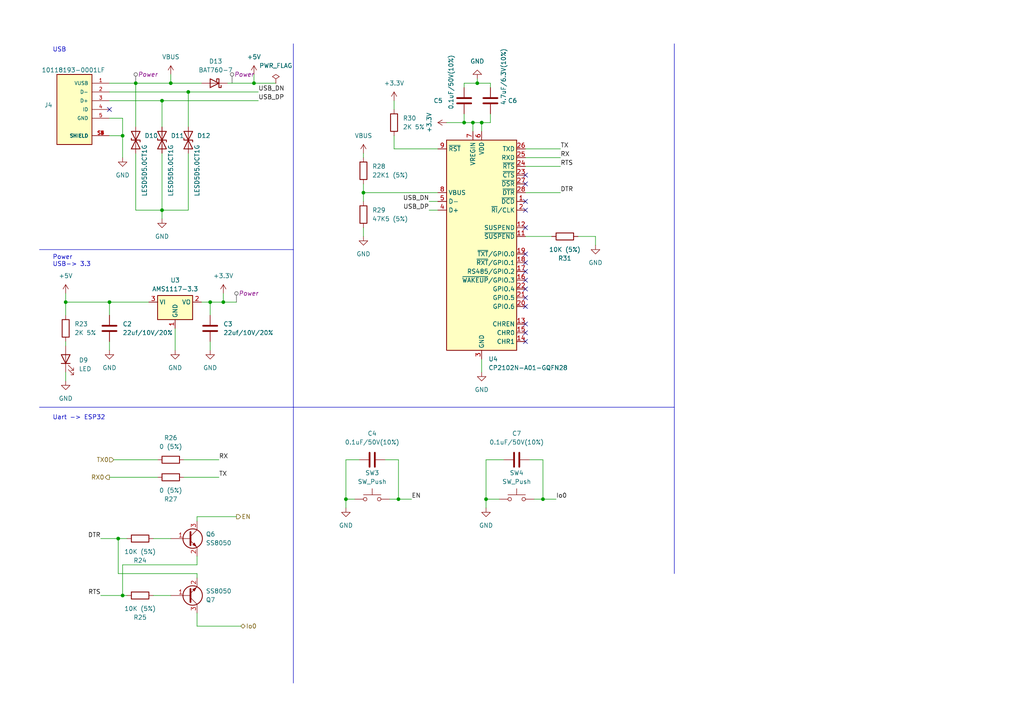
<source format=kicad_sch>
(kicad_sch (version 20231120) (generator "eeschema") (generator_version "8.0")
  (paper "A4")
  (lib_symbols
    (symbol "Device:C" (pin_numbers hide) (pin_names (offset 0.254))
      (property "Reference" "C" (at 0.635 2.54 0))
      (property "Value" "C" (at 0.635 -2.54 0))
      (symbol "C_0_1"
        (polyline (pts (xy -2.032 -0.762) (xy 2.032 -0.762)) (stroke (width 0.508)))
        (polyline (pts (xy -2.032 0.762) (xy 2.032 0.762)) (stroke (width 0.508)))
      )
      (symbol "C_1_1"
        (pin passive line (at 0 3.81 270) (length 2.794) (name "~") (number "1"))
        (pin passive line (at 0 -3.81 90) (length 2.794) (name "~") (number "2"))
      )
    )
    (symbol "Device:D_Schottky" (pin_numbers hide) (pin_names (offset 1.016) hide)
      (property "Reference" "D" (at 0 2.54 0))
      (property "Value" "D_Schottky" (at 0 -2.54 0))
      (symbol "D_Schottky_0_1"
        (polyline (pts (xy 1.27 0) (xy -1.27 0)))
        (polyline (pts (xy 1.27 1.27) (xy 1.27 -1.27) (xy -1.27 0) (xy 1.27 1.27)) (stroke (width 0.254)))
        (polyline (pts (xy -1.905 0.635) (xy -1.905 1.27) (xy -1.27 1.27) (xy -1.27 -1.27) (xy -0.635 -1.27) (xy -0.635 -0.635)) (stroke (width 0.254)))
      )
      (symbol "D_Schottky_1_1"
        (pin passive line (at -3.81 0 0) (length 2.54) (name "K") (number "1"))
        (pin passive line (at 3.81 0 180) (length 2.54) (name "A") (number "2"))
      )
    )
    (symbol "Device:D_TVS" (pin_numbers hide) (pin_names (offset 1.016) hide)
      (property "Reference" "D" (at 0 2.54 0))
      (property "Value" "D_TVS" (at 0 -2.54 0))
      (symbol "D_TVS_0_1"
        (polyline (pts (xy 1.27 0) (xy -1.27 0)))
        (polyline (pts (xy 0.508 1.27) (xy 0 1.27) (xy 0 -1.27) (xy -0.508 -1.27)) (stroke (width 0.254)))
        (polyline (pts (xy -2.54 1.27) (xy -2.54 -1.27) (xy 2.54 1.27) (xy 2.54 -1.27) (xy -2.54 1.27)) (stroke (width 0.254)))
      )
      (symbol "D_TVS_1_1"
        (pin passive line (at -3.81 0 0) (length 2.54) (name "A1") (number "1"))
        (pin passive line (at 3.81 0 180) (length 2.54) (name "A2") (number "2"))
      )
    )
    (symbol "Device:LED" (pin_numbers hide) (pin_names (offset 1.016) hide)
      (property "Reference" "D" (at 0 2.54 0))
      (property "Value" "LED" (at 0 -2.54 0))
      (symbol "LED_0_1"
        (polyline (pts (xy -1.27 -1.27) (xy -1.27 1.27)) (stroke (width 0.254)))
        (polyline (pts (xy -1.27 0) (xy 1.27 0)))
        (polyline (pts (xy 1.27 -1.27) (xy 1.27 1.27) (xy -1.27 0) (xy 1.27 -1.27)) (stroke (width 0.254)))
        (polyline (pts (xy -3.048 -0.762) (xy -4.572 -2.286) (xy -3.81 -2.286) (xy -4.572 -2.286) (xy -4.572 -1.524)))
        (polyline (pts (xy -1.778 -0.762) (xy -3.302 -2.286) (xy -2.54 -2.286) (xy -3.302 -2.286) (xy -3.302 -1.524)))
      )
      (symbol "LED_1_1"
        (pin passive line (at -3.81 0 0) (length 2.54) (name "K") (number "1"))
        (pin passive line (at 3.81 0 180) (length 2.54) (name "A") (number "2"))
      )
    )
    (symbol "Device:Q_NPN_BEC" (pin_names (offset 0) hide)
      (property "Reference" "Q" (at 5.08 1.27 0))
      (property "Value" "Q_NPN_BEC" (at 5.08 -1.27 0))
      (symbol "Q_NPN_BEC_0_1"
        (polyline (pts (xy 0.635 0.635) (xy 2.54 2.54)))
        (polyline (pts (xy 0.635 -0.635) (xy 2.54 -2.54) (xy 2.54 -2.54)))
        (polyline (pts (xy 0.635 1.905) (xy 0.635 -1.905) (xy 0.635 -1.905)) (stroke (width 0.508)))
        (polyline (pts (xy 1.27 -1.778) (xy 1.778 -1.27) (xy 2.286 -2.286) (xy 1.27 -1.778) (xy 1.27 -1.778)) (fill (type outline)))
        (circle (center 1.27 0) (radius 2.8194) (stroke (width 0.254)))
      )
      (symbol "Q_NPN_BEC_1_1"
        (pin input line (at -5.08 0 0) (length 5.715) (name "B") (number "1"))
        (pin passive line (at 2.54 -5.08 90) (length 2.54) (name "E") (number "2"))
        (pin passive line (at 2.54 5.08 270) (length 2.54) (name "C") (number "3"))
      )
    )
    (symbol "Device:R" (pin_numbers hide) (pin_names (offset 0))
      (property "Reference" "R" (at 2.032 0 90))
      (property "Value" "R" (at 0 0 90))
      (symbol "R_0_1"
        (rectangle (start -1.016 -2.54) (end 1.016 2.54) (stroke (width 0.254)))
      )
      (symbol "R_1_1"
        (pin passive line (at 0 3.81 270) (length 1.27) (name "~") (number "1"))
        (pin passive line (at 0 -3.81 90) (length 1.27) (name "~") (number "2"))
      )
    )
    (symbol "Interface_USB:CP2102N-Axx-xQFN28"
      (property "Reference" "U" (at -8.89 31.75 0))
      (property "Value" "CP2102N-Axx-xQFN28" (at 12.7 31.75 0))
      (symbol "CP2102N-Axx-xQFN28_0_1"
        (rectangle (start -10.16 30.48) (end 10.16 -30.48) (stroke (width 0.254)) (fill (type background)))
      )
      (symbol "CP2102N-Axx-xQFN28_1_1"
        (pin input line (at 12.7 12.7 180) (length 2.54) (name "~{DCD}") (number "1"))
        (pin no_connect line (at -10.16 -27.94 0) (length 2.54) hide (name "NC") (number "10"))
        (pin output line (at 12.7 2.54 180) (length 2.54) (name "~{SUSPEND}") (number "11"))
        (pin output line (at 12.7 5.08 180) (length 2.54) (name "SUSPEND") (number "12"))
        (pin output line (at 12.7 -22.86 180) (length 2.54) (name "CHREN") (number "13"))
        (pin output line (at 12.7 -27.94 180) (length 2.54) (name "CHR1") (number "14"))
        (pin output line (at 12.7 -25.4 180) (length 2.54) (name "CHR0") (number "15"))
        (pin bidirectional line (at 12.7 -10.16 180) (length 2.54) (name "~{WAKEUP}/GPIO.3") (number "16"))
        (pin bidirectional line (at 12.7 -7.62 180) (length 2.54) (name "RS485/GPIO.2") (number "17"))
        (pin bidirectional line (at 12.7 -5.08 180) (length 2.54) (name "~{RXT}/GPIO.1") (number "18"))
        (pin bidirectional line (at 12.7 -2.54 180) (length 2.54) (name "~{TXT}/GPIO.0") (number "19"))
        (pin bidirectional line (at 12.7 10.16 180) (length 2.54) (name "~{RI}/CLK") (number "2"))
        (pin bidirectional line (at 12.7 -17.78 180) (length 2.54) (name "GPIO.6") (number "20"))
        (pin bidirectional line (at 12.7 -15.24 180) (length 2.54) (name "GPIO.5") (number "21"))
        (pin bidirectional line (at 12.7 -12.7 180) (length 2.54) (name "GPIO.4") (number "22"))
        (pin input line (at 12.7 20.32 180) (length 2.54) (name "~{CTS}") (number "23"))
        (pin output line (at 12.7 22.86 180) (length 2.54) (name "~{RTS}") (number "24"))
        (pin input line (at 12.7 25.4 180) (length 2.54) (name "RXD") (number "25"))
        (pin output line (at 12.7 27.94 180) (length 2.54) (name "TXD") (number "26"))
        (pin input line (at 12.7 17.78 180) (length 2.54) (name "~{DSR}") (number "27"))
        (pin output line (at 12.7 15.24 180) (length 2.54) (name "~{DTR}") (number "28"))
        (pin passive line (at 0 -33.02 90) (length 2.54) hide (name "GND") (number "29"))
        (pin power_in line (at 0 -33.02 90) (length 2.54) (name "GND") (number "3"))
        (pin bidirectional line (at -12.7 10.16 0) (length 2.54) (name "D+") (number "4"))
        (pin bidirectional line (at -12.7 12.7 0) (length 2.54) (name "D-") (number "5"))
        (pin power_in line (at 0 33.02 270) (length 2.54) (name "VDD") (number "6"))
        (pin power_in line (at -2.54 33.02 270) (length 2.54) (name "VREGIN") (number "7"))
        (pin input line (at -12.7 15.24 0) (length 2.54) (name "VBUS") (number "8"))
        (pin input line (at -12.7 27.94 0) (length 2.54) (name "~{RST}") (number "9"))
      )
    )
    (symbol "LocoNetInterface:10118193-0001LF" (pin_names (offset 1.016))
      (property "Reference" "J" (at -5.0817 10.9286 0))
      (property "Value" "10118193-0001LF" (at -5.0819 -12.7097 0))
      (symbol "10118193-0001LF_0_0"
        (rectangle (start -5.08 -10.16) (end 5.08 10.16) (stroke (width 0.254)) (fill (type background)))
        (pin passive line (at -10.16 7.62 0) (length 5.08) (name "VUSB") (number "1"))
        (pin passive line (at -10.16 5.08 0) (length 5.08) (name "D-") (number "2"))
        (pin passive line (at -10.16 2.54 0) (length 5.08) (name "D+") (number "3"))
        (pin passive line (at -10.16 0 0) (length 5.08) (name "ID") (number "4"))
        (pin passive line (at -10.16 -2.54 0) (length 5.08) (name "GND") (number "5"))
        (pin passive line (at -10.16 -7.62 0) (length 5.08) (name "SHIELD") (number "S1"))
        (pin passive line (at -10.16 -7.62 0) (length 5.08) (name "SHIELD") (number "S2"))
        (pin passive line (at -10.16 -7.62 0) (length 5.08) (name "SHIELD") (number "S3"))
        (pin passive line (at -10.16 -7.62 0) (length 5.08) (name "SHIELD") (number "S4"))
        (pin passive line (at -10.16 -7.62 0) (length 5.08) (name "SHIELD") (number "S5"))
        (pin passive line (at -10.16 -7.62 0) (length 5.08) (name "SHIELD") (number "S6"))
      )
    )
    (symbol "Regulator_Linear:AMS1117-3.3"
      (property "Reference" "U" (at -3.81 3.175 0))
      (property "Value" "AMS1117-3.3" (at 0 3.175 0))
      (symbol "AMS1117-3.3_0_1"
        (rectangle (start -5.08 -5.08) (end 5.08 1.905) (stroke (width 0.254)) (fill (type background)))
      )
      (symbol "AMS1117-3.3_1_1"
        (pin power_in line (at 0 -7.62 90) (length 2.54) (name "GND") (number "1"))
        (pin power_out line (at 7.62 0 180) (length 2.54) (name "VO") (number "2"))
        (pin power_in line (at -7.62 0 0) (length 2.54) (name "VI") (number "3"))
      )
    )
    (symbol "Switch:SW_Push" (pin_numbers hide) (pin_names (offset 1.016) hide)
      (property "Reference" "SW" (at 1.27 2.54 0))
      (property "Value" "SW_Push" (at 0 -1.524 0))
      (symbol "SW_Push_0_1"
        (circle (center -2.032 0) (radius 0.508))
        (polyline (pts (xy 0 1.27) (xy 0 3.048)))
        (polyline (pts (xy 2.54 1.27) (xy -2.54 1.27)))
        (circle (center 2.032 0) (radius 0.508))
        (pin passive line (at -5.08 0 0) (length 2.54) (name "1") (number "1"))
        (pin passive line (at 5.08 0 180) (length 2.54) (name "2") (number "2"))
      )
    )
    (symbol "power:+3.3V" (power) (pin_names (offset 0))
      (property "Value" "+3.3V" (at 0 3.556 0))
      (symbol "+3.3V_0_1"
        (polyline (pts (xy -0.762 1.27) (xy 0 2.54)))
        (polyline (pts (xy 0 0) (xy 0 2.54)))
        (polyline (pts (xy 0 2.54) (xy 0.762 1.27)))
      )
      (symbol "+3.3V_1_1"
        (pin power_in line (at 0 0 90) (length 0) hide (name "+3.3V") (number "1"))
      )
    )
    (symbol "power:+5V" (power) (pin_names (offset 0))
      (property "Value" "+5V" (at 0 3.556 0))
      (symbol "+5V_0_1"
        (polyline (pts (xy -0.762 1.27) (xy 0 2.54)))
        (polyline (pts (xy 0 0) (xy 0 2.54)))
        (polyline (pts (xy 0 2.54) (xy 0.762 1.27)))
      )
      (symbol "+5V_1_1"
        (pin power_in line (at 0 0 90) (length 0) hide (name "+5V") (number "1"))
      )
    )
    (symbol "power:GND" (power) (pin_names (offset 0))
      (property "Value" "GND" (at 0 -3.81 0))
      (symbol "GND_0_1"
        (polyline (pts (xy 0 0) (xy 0 -1.27) (xy 1.27 -1.27) (xy 0 -2.54) (xy -1.27 -1.27) (xy 0 -1.27)))
      )
      (symbol "GND_1_1"
        (pin power_in line (at 0 0 270) (length 0) hide (name "GND") (number "1"))
      )
    )
    (symbol "power:PWR_FLAG" (power) (pin_numbers hide) (pin_names (offset 0) hide)
      (property "Value" "PWR_FLAG" (at 0 3.81 0))
      (symbol "PWR_FLAG_0_0"
        (pin power_out line (at 0 0 90) (length 0) (name "pwr") (number "1"))
      )
      (symbol "PWR_FLAG_0_1"
        (polyline (pts (xy 0 0) (xy 0 1.27) (xy -1.016 1.905) (xy 0 2.54) (xy 1.016 1.905) (xy 0 1.27)))
      )
    )
    (symbol "power:VBUS" (power) (pin_names (offset 0))
      (property "Value" "VBUS" (at 0 3.81 0))
      (symbol "VBUS_0_1"
        (polyline (pts (xy -0.762 1.27) (xy 0 2.54)))
        (polyline (pts (xy 0 0) (xy 0 2.54)))
        (polyline (pts (xy 0 2.54) (xy 0.762 1.27)))
      )
      (symbol "VBUS_1_1"
        (pin power_in line (at 0 0 90) (length 0) hide (name "VBUS") (number "1"))
      )
    )
  )
  (junction (at 35.56 39.37))
  (junction (at 60.96 87.63))
  (junction (at 54.61 26.67))
  (junction (at 49.53 24.13))
  (junction (at 137.16 35.56))
  (junction (at 139.7 35.56))
  (junction (at 115.57 144.78))
  (junction (at 64.77 87.63))
  (junction (at 19.05 87.63))
  (junction (at 105.41 55.88))
  (junction (at 134.62 35.56))
  (junction (at 39.37 24.13))
  (junction (at 35.56 172.72))
  (junction (at 157.48 144.78))
  (junction (at 140.97 144.78))
  (junction (at 34.29 156.21))
  (junction (at 46.99 60.96))
  (junction (at 138.43 24.13))
  (junction (at 73.66 24.13))
  (junction (at 31.75 87.63))
  (junction (at 46.99 29.21))
  (junction (at 100.33 144.78))
  (no_connect (at 152.4 60.96))
  (no_connect (at 152.4 86.36))
  (no_connect (at 152.4 73.66))
  (no_connect (at 152.4 88.9))
  (no_connect (at 152.4 96.52))
  (no_connect (at 152.4 93.98))
  (no_connect (at 152.4 53.34))
  (no_connect (at 31.75 31.75))
  (no_connect (at 152.4 83.82))
  (no_connect (at 152.4 58.42))
  (no_connect (at 152.4 78.74))
  (no_connect (at 152.4 81.28))
  (no_connect (at 152.4 66.04))
  (no_connect (at 152.4 99.06))
  (no_connect (at 152.4 50.8))
  (no_connect (at 152.4 76.2))
  (wire (pts (xy 46.99 60.96) (xy 39.37 60.96)))
  (wire (pts (xy 39.37 24.13) (xy 39.37 36.83)))
  (wire (pts (xy 157.48 133.35) (xy 157.48 144.78)))
  (wire (pts (xy 140.97 133.35) (xy 146.05 133.35)))
  (wire (pts (xy 105.41 55.88) (xy 105.41 58.42)))
  (wire (pts (xy 140.97 147.32) (xy 140.97 144.78)))
  (wire (pts (xy 124.46 60.96) (xy 127 60.96)))
  (wire (pts (xy 19.05 85.09) (xy 19.05 87.63)))
  (wire (pts (xy 57.15 149.86) (xy 57.15 151.13)))
  (wire (pts (xy 115.57 133.35) (xy 115.57 144.78)))
  (wire (pts (xy 64.77 87.63) (xy 68.58 87.63)))
  (polyline (pts (xy 11.43 118.11) (xy 85.09 118.11)))
  (wire (pts (xy 60.96 87.63) (xy 58.42 87.63)))
  (wire (pts (xy 140.97 144.78) (xy 140.97 133.35)))
  (wire (pts (xy 138.43 22.86) (xy 138.43 24.13)))
  (wire (pts (xy 46.99 29.21) (xy 74.93 29.21)))
  (wire (pts (xy 34.29 156.21) (xy 36.83 156.21)))
  (wire (pts (xy 39.37 24.13) (xy 49.53 24.13)))
  (wire (pts (xy 46.99 29.21) (xy 46.99 36.83)))
  (wire (pts (xy 139.7 35.56) (xy 142.24 35.56)))
  (wire (pts (xy 153.67 133.35) (xy 157.48 133.35)))
  (polyline (pts (xy 195.58 118.11) (xy 195.58 166.37)))
  (wire (pts (xy 57.15 177.8) (xy 57.15 181.61)))
  (wire (pts (xy 64.77 87.63) (xy 60.96 87.63)))
  (wire (pts (xy 31.75 138.43) (xy 45.72 138.43)))
  (wire (pts (xy 113.03 144.78) (xy 115.57 144.78)))
  (wire (pts (xy 57.15 167.64) (xy 57.15 166.37)))
  (wire (pts (xy 33.02 133.35) (xy 45.72 133.35)))
  (wire (pts (xy 60.96 99.06) (xy 60.96 101.6)))
  (wire (pts (xy 64.77 85.09) (xy 64.77 87.63)))
  (wire (pts (xy 140.97 144.78) (xy 144.78 144.78)))
  (wire (pts (xy 114.3 29.21) (xy 114.3 31.75)))
  (wire (pts (xy 139.7 38.1) (xy 139.7 35.56)))
  (wire (pts (xy 19.05 87.63) (xy 19.05 91.44)))
  (wire (pts (xy 73.66 24.13) (xy 66.04 24.13)))
  (wire (pts (xy 60.96 87.63) (xy 60.96 91.44)))
  (wire (pts (xy 142.24 24.13) (xy 138.43 24.13)))
  (wire (pts (xy 142.24 35.56) (xy 142.24 33.02)))
  (wire (pts (xy 46.99 44.45) (xy 46.99 60.96)))
  (wire (pts (xy 152.4 55.88) (xy 162.56 55.88)))
  (wire (pts (xy 152.4 48.26) (xy 162.56 48.26)))
  (wire (pts (xy 57.15 181.61) (xy 69.85 181.61)))
  (polyline (pts (xy 85.09 72.39) (xy 85.09 118.11)))
  (wire (pts (xy 54.61 26.67) (xy 54.61 36.83)))
  (wire (pts (xy 124.46 58.42) (xy 127 58.42)))
  (wire (pts (xy 152.4 68.58) (xy 160.02 68.58)))
  (wire (pts (xy 31.75 99.06) (xy 31.75 101.6)))
  (wire (pts (xy 154.94 144.78) (xy 157.48 144.78)))
  (wire (pts (xy 49.53 21.59) (xy 49.53 24.13)))
  (wire (pts (xy 31.75 87.63) (xy 43.18 87.63)))
  (wire (pts (xy 53.34 133.35) (xy 63.5 133.35)))
  (wire (pts (xy 134.62 35.56) (xy 134.62 33.02)))
  (wire (pts (xy 115.57 144.78) (xy 119.38 144.78)))
  (wire (pts (xy 129.54 35.56) (xy 134.62 35.56)))
  (wire (pts (xy 39.37 60.96) (xy 39.37 44.45)))
  (polyline (pts (xy 11.43 72.39) (xy 85.09 72.39)))
  (wire (pts (xy 100.33 144.78) (xy 100.33 147.32)))
  (wire (pts (xy 73.66 21.59) (xy 73.66 24.13)))
  (wire (pts (xy 134.62 24.13) (xy 134.62 25.4)))
  (wire (pts (xy 46.99 63.5) (xy 46.99 60.96)))
  (wire (pts (xy 57.15 166.37) (xy 34.29 166.37)))
  (wire (pts (xy 157.48 144.78) (xy 161.29 144.78)))
  (wire (pts (xy 63.5 138.43) (xy 53.34 138.43)))
  (wire (pts (xy 100.33 133.35) (xy 100.33 144.78)))
  (wire (pts (xy 19.05 107.95) (xy 19.05 110.49)))
  (wire (pts (xy 31.75 24.13) (xy 39.37 24.13)))
  (wire (pts (xy 31.75 34.29) (xy 35.56 34.29)))
  (wire (pts (xy 138.43 24.13) (xy 134.62 24.13)))
  (polyline (pts (xy 85.09 12.7) (xy 85.09 72.39)))
  (wire (pts (xy 31.75 26.67) (xy 54.61 26.67)))
  (wire (pts (xy 104.14 133.35) (xy 100.33 133.35)))
  (wire (pts (xy 142.24 25.4) (xy 142.24 24.13)))
  (wire (pts (xy 100.33 144.78) (xy 102.87 144.78)))
  (polyline (pts (xy 85.09 118.11) (xy 85.09 198.12)))
  (wire (pts (xy 105.41 55.88) (xy 127 55.88)))
  (wire (pts (xy 105.41 66.04) (xy 105.41 68.58)))
  (wire (pts (xy 29.21 172.72) (xy 35.56 172.72)))
  (wire (pts (xy 54.61 60.96) (xy 54.61 44.45)))
  (wire (pts (xy 31.75 39.37) (xy 35.56 39.37)))
  (wire (pts (xy 34.29 166.37) (xy 34.29 156.21)))
  (wire (pts (xy 44.45 172.72) (xy 49.53 172.72)))
  (wire (pts (xy 35.56 34.29) (xy 35.56 39.37)))
  (wire (pts (xy 35.56 163.83) (xy 35.56 172.72)))
  (polyline (pts (xy 85.09 118.11) (xy 195.58 118.11)))
  (polyline (pts (xy 195.58 12.7) (xy 195.58 118.11)))
  (wire (pts (xy 46.99 60.96) (xy 54.61 60.96)))
  (wire (pts (xy 44.45 156.21) (xy 49.53 156.21)))
  (wire (pts (xy 114.3 39.37) (xy 114.3 43.18)))
  (wire (pts (xy 31.75 29.21) (xy 46.99 29.21)))
  (wire (pts (xy 68.58 149.86) (xy 57.15 149.86)))
  (wire (pts (xy 105.41 44.45) (xy 105.41 45.72)))
  (wire (pts (xy 29.21 156.21) (xy 34.29 156.21)))
  (wire (pts (xy 49.53 24.13) (xy 58.42 24.13)))
  (wire (pts (xy 139.7 104.14) (xy 139.7 107.95)))
  (wire (pts (xy 111.76 133.35) (xy 115.57 133.35)))
  (wire (pts (xy 137.16 35.56) (xy 139.7 35.56)))
  (wire (pts (xy 57.15 163.83) (xy 35.56 163.83)))
  (wire (pts (xy 172.72 68.58) (xy 167.64 68.58)))
  (wire (pts (xy 57.15 161.29) (xy 57.15 163.83)))
  (wire (pts (xy 35.56 172.72) (xy 36.83 172.72)))
  (wire (pts (xy 137.16 38.1) (xy 137.16 35.56)))
  (wire (pts (xy 19.05 99.06) (xy 19.05 100.33)))
  (wire (pts (xy 73.66 24.13) (xy 80.01 24.13)))
  (wire (pts (xy 50.8 95.25) (xy 50.8 101.6)))
  (wire (pts (xy 105.41 53.34) (xy 105.41 55.88)))
  (wire (pts (xy 35.56 39.37) (xy 35.56 45.72)))
  (wire (pts (xy 152.4 45.72) (xy 162.56 45.72)))
  (wire (pts (xy 54.61 26.67) (xy 74.93 26.67)))
  (wire (pts (xy 172.72 71.12) (xy 172.72 68.58)))
  (wire (pts (xy 114.3 43.18) (xy 127 43.18)))
  (wire (pts (xy 19.05 87.63) (xy 31.75 87.63)))
  (wire (pts (xy 31.75 87.63) (xy 31.75 91.44)))
  (wire (pts (xy 162.56 43.18) (xy 152.4 43.18)))
  (wire (pts (xy 134.62 35.56) (xy 137.16 35.56)))
  (text "Power\nUSB-> 3.3" (at 15.24 77.47 0) (effects (font (size 1.27 1.27)) (justify left bottom)))
  (text "Uart -> ESP32" (at 15.24 121.92 0) (effects (font (size 1.27 1.27)) (justify left bottom)))
  (text "USB" (at 15.24 15.24 0) (effects (font (size 1.27 1.27)) (justify left bottom)))
  (label "RX" (at 63.5 133.35 0))
  (label "TX" (at 63.5 138.43 0))
  (label "USB_DP" (at 74.93 29.21 0))
  (label "USB_DP" (at 124.46 60.96 180))
  (label "TX" (at 162.56 43.18 0))
  (label "RTS" (at 29.21 172.72 180))
  (label "EN" (at 119.38 144.78 0))
  (label "DTR" (at 29.21 156.21 180))
  (label "USB_DN" (at 74.93 26.67 0))
  (label "DTR" (at 162.56 55.88 0))
  (label "Io0" (at 161.29 144.78 0))
  (label "RTS" (at 162.56 48.26 0))
  (label "USB_DN" (at 124.46 58.42 180))
  (label "RX" (at 162.56 45.72 0))
  (hierarchical_label "EN" (shape output) (at 68.58 149.86 0))
  (hierarchical_label "TX0" (shape input) (at 33.02 133.35 180))
  (hierarchical_label "RX0" (shape output) (at 31.75 138.43 180))
  (hierarchical_label "Io0" (shape bidirectional) (at 69.85 181.61 0))
  (netclass_flag "" (length 2.54) (shape round) (at 39.37 24.13 0) (property "Netclass" "Power" (at 39.9796 21.59 0) (effects (font (italic yes)) (justify left))))
  (netclass_flag "" (length 2.54) (shape round) (at 68.58 87.63 0) (property "Netclass" "Power" (at 69.1896 85.09 0) (effects (font (italic yes)) (justify left))))
  (netclass_flag "" (length 2.54) (shape round) (at 67.31 24.13 0) (property "Netclass" "Power" (at 67.9196 21.59 0) (effects (font (italic yes)) (justify left))))
  (symbol (lib_id "Device:C") (at 149.86 133.35 90) (unit 1)
    (property "Reference" "C7" (at 149.86 125.73 90))
    (property "Value" "0.1uF/50V(10%)" (at 149.86 128.27 90))
    (property "Footprint" "Capacitor_SMD:C_0805_2012Metric" (effects (hide yes)))
    (property "LCSC" "C49678" (effects (hide yes)))
  )
  (symbol (lib_id "Device:LED") (at 19.05 104.14 90) (unit 1)
    (property "Reference" "D9" (at 22.86 104.4575 90) (effects (justify right)))
    (property "Value" "LED" (at 22.86 106.9975 90) (effects (justify right)))
    (property "Footprint" "LED_SMD:LED_0805_2012Metric" (effects (hide yes)))
    (property "LCSC" "C2296" (effects (hide yes)))
  )
  (symbol (lib_id "power:+5V") (at 73.66 21.59 0) (unit 1)
    (property "Reference" "#PWR043" (effects (hide yes)))
    (property "Value" "+5V" (at 73.66 16.51 0))
  )
  (symbol (lib_id "Device:Q_NPN_BEC") (at 54.61 172.72 0) (mirror x) (unit 1)
    (property "Reference" "Q7" (at 59.69 173.99 0) (effects (justify left)))
    (property "Value" "SS8050" (at 59.69 171.45 0) (effects (justify left)))
    (property "Footprint" "Package_TO_SOT_SMD:SOT-23" (effects (hide yes)))
    (property "LCSC" "C2150" (effects (hide yes)))
  )
  (symbol (lib_id "Device:D_Schottky") (at 62.23 24.13 180) (unit 1)
    (property "Reference" "D13" (at 62.5475 17.78 0))
    (property "Value" "BAT760-7" (at 62.5475 20.32 0))
    (property "Footprint" "Diode_SMD:D_SOD-323" (effects (hide yes)))
    (property "LCSC" "C124187" (effects (hide yes)))
  )
  (symbol (lib_id "power:GND") (at 172.72 71.12 0) (unit 1)
    (property "Reference" "#PWR052" (effects (hide yes)))
    (property "Value" "GND" (at 172.72 76.2 0))
  )
  (symbol (lib_id "Device:R") (at 40.64 172.72 270) (unit 1)
    (property "Reference" "R25" (at 40.64 179.07 90))
    (property "Value" "10K (5%)" (at 40.64 176.53 90))
    (property "Footprint" "Resistor_SMD:R_0805_2012Metric" (effects (hide yes)))
    (property "LCSC" "C17414" (effects (hide yes)))
  )
  (symbol (lib_id "Device:C") (at 142.24 29.21 0) (unit 1)
    (property "Reference" "C6" (at 147.32 29.21 0) (effects (justify left)))
    (property "Value" "4.7uF/6.3V(10%)" (at 146.05 30.48 90) (effects (justify left)))
    (property "Footprint" "Capacitor_SMD:C_0805_2012Metric" (effects (hide yes)))
    (property "LCSC" "C1779" (effects (hide yes)))
  )
  (symbol (lib_id "power:GND") (at 60.96 101.6 0) (unit 1)
    (property "Reference" "#PWR041" (effects (hide yes)))
    (property "Value" "GND" (at 60.96 106.68 0))
  )
  (symbol (lib_id "LocoNetInterface:10118193-0001LF") (at 21.59 31.75 0) (mirror y) (unit 1)
    (property "Reference" "J4" (at 15.24 30.48 0) (effects (justify left)))
    (property "Value" "10118193-0001LF" (at 30.48 20.32 0) (effects (justify left)))
    (property "Footprint" "AMPHENOL_10118193-0001LF" (effects (hide yes)))
    (property "LCSC" "C132562" (effects (hide yes)))
    (property "PARTREV" "E" (effects (hide yes)))
    (property "MANUFACTURER" "Amphenol FCI" (effects (hide yes)))
    (property "MAXIMUM_PACKAGE_HEIGHT" "2.55 mm" (effects (hide yes)))
    (property "STANDARD" "Manufacturer Recommendations" (effects (hide yes)))
  )
  (symbol (lib_id "Device:R") (at 19.05 95.25 0) (unit 1)
    (property "Reference" "R23" (at 21.59 93.98 0) (effects (justify left)))
    (property "Value" "2K 5%" (at 21.59 96.52 0) (effects (justify left)))
    (property "Footprint" "Resistor_SMD:R_0805_2012Metric" (effects (hide yes)))
    (property "LCSC" "C212449" (effects (hide yes)))
  )
  (symbol (lib_id "Device:R") (at 163.83 68.58 270) (unit 1)
    (property "Reference" "R31" (at 163.83 74.93 90))
    (property "Value" "10K (5%)" (at 163.83 72.39 90))
    (property "Footprint" "Resistor_SMD:R_0805_2012Metric" (effects (hide yes)))
    (property "LCSC" "C17414" (effects (hide yes)))
  )
  (symbol (lib_id "power:VBUS") (at 49.53 21.59 0) (unit 1)
    (property "Reference" "#PWR039" (effects (hide yes)))
    (property "Value" "VBUS" (at 49.53 16.51 0))
  )
  (symbol (lib_id "Device:D_TVS") (at 39.37 40.64 90) (unit 1)
    (property "Reference" "D10" (at 41.91 39.37 90) (effects (justify right)))
    (property "Value" "LESD5D5.0CT1G" (at 41.91 41.91 0) (effects (justify right)))
    (property "Footprint" "Diode_SMD:D_SOD-523" (effects (hide yes)))
    (property "LCSC" "C383211" (effects (hide yes)))
  )
  (symbol (lib_id "power:GND") (at 138.43 22.86 180) (unit 1)
    (property "Reference" "#PWR049" (effects (hide yes)))
    (property "Value" "GND" (at 138.43 17.78 0))
  )
  (symbol (lib_id "Device:C") (at 134.62 29.21 0) (unit 1)
    (property "Reference" "C5" (at 125.73 29.21 0) (effects (justify left)))
    (property "Value" "0.1uF/50V(10%)" (at 130.81 31.75 90) (effects (justify left)))
    (property "Footprint" "Capacitor_SMD:C_0805_2012Metric" (effects (hide yes)))
    (property "LCSC" "C49678" (effects (hide yes)))
  )
  (symbol (lib_id "Device:R") (at 105.41 62.23 180) (unit 1)
    (property "Reference" "R29" (at 107.95 60.96 0) (effects (justify right)))
    (property "Value" "47K5 (5%)" (at 107.95 63.5 0) (effects (justify right)))
    (property "Footprint" "Resistor_SMD:R_0805_2012Metric" (effects (hide yes)))
    (property "LCSC" "C245335" (effects (hide yes)))
  )
  (symbol (lib_id "Switch:SW_Push") (at 149.86 144.78 0) (unit 1)
    (property "Reference" "SW4" (at 149.86 137.16 0))
    (property "Value" "SW_Push" (at 149.86 139.7 0))
    (property "Footprint" "Button_Switch_SMD:SW_SPST_CK_RS282G05A3" (effects (hide yes)))
  )
  (symbol (lib_id "power:GND") (at 35.56 45.72 0) (unit 1)
    (property "Reference" "#PWR037" (effects (hide yes)))
    (property "Value" "GND" (at 35.56 50.8 0))
  )
  (symbol (lib_id "power:VBUS") (at 105.41 44.45 0) (unit 1)
    (property "Reference" "#PWR045" (effects (hide yes)))
    (property "Value" "VBUS" (at 105.41 39.37 0))
  )
  (symbol (lib_id "power:GND") (at 46.99 63.5 0) (unit 1)
    (property "Reference" "#PWR038" (effects (hide yes)))
    (property "Value" "GND" (at 46.99 68.58 0))
  )
  (symbol (lib_id "Device:R") (at 49.53 133.35 90) (unit 1)
    (property "Reference" "R26" (at 49.53 127 90))
    (property "Value" "0 (5%)" (at 49.53 129.54 90))
    (property "Footprint" "Resistor_SMD:R_0805_2012Metric" (effects (hide yes)))
    (property "LCSC" "C2936632" (effects (hide yes)))
  )
  (symbol (lib_id "power:GND") (at 139.7 107.95 0) (unit 1)
    (property "Reference" "#PWR050" (effects (hide yes)))
    (property "Value" "GND" (at 139.7 113.03 0))
  )
  (symbol (lib_id "power:+3.3V") (at 114.3 29.21 0) (unit 1)
    (property "Reference" "#PWR047" (effects (hide yes)))
    (property "Value" "+3.3V" (at 114.3 24.13 0))
  )
  (symbol (lib_id "Device:C") (at 60.96 95.25 0) (unit 1)
    (property "Reference" "C3" (at 64.77 93.98 0) (effects (justify left)))
    (property "Value" "22uf/10V/20%" (at 64.77 96.52 0) (effects (justify left)))
    (property "Footprint" "Capacitor_SMD:C_0805_2012Metric" (effects (hide yes)))
    (property "LCSC" "C45783" (effects (hide yes)))
  )
  (symbol (lib_id "power:+3.3V") (at 64.77 85.09 0) (unit 1)
    (property "Reference" "#PWR042" (effects (hide yes)))
    (property "Value" "+3.3V" (at 64.77 80.01 0))
  )
  (symbol (lib_id "Device:R") (at 105.41 49.53 180) (unit 1)
    (property "Reference" "R28" (at 107.95 48.26 0) (effects (justify right)))
    (property "Value" "22K1 (5%)" (at 107.95 50.8 0) (effects (justify right)))
    (property "Footprint" "Resistor_SMD:R_0805_2012Metric" (effects (hide yes)))
    (property "LCSC" "C153391" (effects (hide yes)))
  )
  (symbol (lib_id "power:GND") (at 31.75 101.6 0) (unit 1)
    (property "Reference" "#PWR036" (effects (hide yes)))
    (property "Value" "GND" (at 31.75 106.68 0))
  )
  (symbol (lib_id "power:+3.3V") (at 129.54 35.56 90) (unit 1)
    (property "Reference" "#PWR048" (effects (hide yes)))
    (property "Value" "+3.3V" (at 124.46 35.56 0))
  )
  (symbol (lib_id "Device:C") (at 31.75 95.25 0) (unit 1)
    (property "Reference" "C2" (at 35.56 93.98 0) (effects (justify left)))
    (property "Value" "22uf/10V/20%" (at 35.56 96.52 0) (effects (justify left)))
    (property "Footprint" "Capacitor_SMD:C_0805_2012Metric" (effects (hide yes)))
    (property "LCSC" "C45783" (effects (hide yes)))
  )
  (symbol (lib_id "Device:D_TVS") (at 54.61 40.64 90) (unit 1)
    (property "Reference" "D12" (at 57.15 39.37 90) (effects (justify right)))
    (property "Value" "LESD5D5.0CT1G" (at 57.15 41.91 0) (effects (justify right)))
    (property "Footprint" "Diode_SMD:D_SOD-523" (effects (hide yes)))
    (property "LCSC" "C383211" (effects (hide yes)))
  )
  (symbol (lib_id "power:PWR_FLAG") (at 80.01 24.13 0) (unit 1)
    (property "Reference" "#FLG03" (effects (hide yes)))
    (property "Value" "PWR_FLAG" (at 80.01 19.05 0))
  )
  (symbol (lib_id "power:GND") (at 140.97 147.32 0) (unit 1)
    (property "Reference" "#PWR051" (effects (hide yes)))
    (property "Value" "GND" (at 140.97 152.4 0))
  )
  (symbol (lib_id "power:+5V") (at 19.05 85.09 0) (unit 1)
    (property "Reference" "#PWR034" (effects (hide yes)))
    (property "Value" "+5V" (at 19.05 80.01 0))
  )
  (symbol (lib_id "Device:R") (at 40.64 156.21 270) (unit 1)
    (property "Reference" "R24" (at 40.64 162.56 90))
    (property "Value" "10K (5%)" (at 40.64 160.02 90))
    (property "Footprint" "Resistor_SMD:R_0805_2012Metric" (effects (hide yes)))
    (property "LCSC" "C17414" (effects (hide yes)))
  )
  (symbol (lib_id "Switch:SW_Push") (at 107.95 144.78 0) (unit 1)
    (property "Reference" "SW3" (at 107.95 137.16 0))
    (property "Value" "SW_Push" (at 107.95 139.7 0))
    (property "Footprint" "Button_Switch_SMD:SW_SPST_CK_RS282G05A3" (effects (hide yes)))
  )
  (symbol (lib_id "Device:Q_NPN_BEC") (at 54.61 156.21 0) (unit 1)
    (property "Reference" "Q6" (at 59.69 154.94 0) (effects (justify left)))
    (property "Value" "SS8050" (at 59.69 157.48 0) (effects (justify left)))
    (property "Footprint" "Package_TO_SOT_SMD:SOT-23" (effects (hide yes)))
    (property "LCSC" "C2150" (effects (hide yes)))
  )
  (symbol (lib_id "power:GND") (at 19.05 110.49 0) (unit 1)
    (property "Reference" "#PWR035" (effects (hide yes)))
    (property "Value" "GND" (at 19.05 115.57 0))
  )
  (symbol (lib_id "power:GND") (at 105.41 68.58 0) (unit 1)
    (property "Reference" "#PWR046" (effects (hide yes)))
    (property "Value" "GND" (at 105.41 73.66 0))
  )
  (symbol (lib_id "Device:R") (at 49.53 138.43 270) (unit 1)
    (property "Reference" "R27" (at 49.53 144.78 90))
    (property "Value" "0 (5%)" (at 49.53 142.24 90))
    (property "Footprint" "Resistor_SMD:R_0805_2012Metric" (effects (hide yes)))
    (property "LCSC" "C2936632" (effects (hide yes)))
  )
  (symbol (lib_id "Device:C") (at 107.95 133.35 90) (unit 1)
    (property "Reference" "C4" (at 107.95 125.73 90))
    (property "Value" "0.1uF/50V(10%)" (at 107.95 128.27 90))
    (property "Footprint" "Capacitor_SMD:C_0805_2012Metric" (effects (hide yes)))
    (property "LCSC" "C49678" (effects (hide yes)))
  )
  (symbol (lib_id "Device:D_TVS") (at 46.99 40.64 90) (unit 1)
    (property "Reference" "D11" (at 49.53 39.37 90) (effects (justify right)))
    (property "Value" "LESD5D5.0CT1G" (at 49.53 41.91 0) (effects (justify right)))
    (property "Footprint" "Diode_SMD:D_SOD-523" (effects (hide yes)))
    (property "LCSC" "C383211" (effects (hide yes)))
  )
  (symbol (lib_id "Regulator_Linear:AMS1117-3.3") (at 50.8 87.63 0) (unit 1)
    (property "Reference" "U3" (at 50.8 81.28 0))
    (property "Value" "AMS1117-3.3" (at 50.8 83.82 0))
    (property "Footprint" "Package_TO_SOT_SMD:SOT-223-3_TabPin2" (effects (hide yes)))
    (property "Datasheet" "http://www.advanced-monolithic.com/pdf/ds1117.pdf" (effects (hide yes)))
    (property "LCSC" "C6186" (effects (hide yes)))
  )
  (symbol (lib_id "power:GND") (at 100.33 147.32 0) (unit 1)
    (property "Reference" "#PWR044" (effects (hide yes)))
    (property "Value" "GND" (at 100.33 152.4 0))
  )
  (symbol (lib_id "Device:R") (at 114.3 35.56 0) (unit 1)
    (property "Reference" "R30" (at 116.84 34.29 0) (effects (justify left)))
    (property "Value" "2K 5%" (at 116.84 36.83 0) (effects (justify left)))
    (property "Footprint" "Resistor_SMD:R_0805_2012Metric" (effects (hide yes)))
    (property "LCSC" "C212449" (effects (hide yes)))
  )
  (symbol (lib_id "Interface_USB:CP2102N-Axx-xQFN28") (at 139.7 71.12 0) (unit 1)
    (property "Reference" "U4" (at 141.6559 104.14 0) (effects (justify left)))
    (property "Value" "CP2102N-A01-GQFN28" (at 141.6559 106.68 0) (effects (justify left)))
    (property "Footprint" "Package_DFN_QFN:QFN-28-1EP_5x5mm_P0.5mm_EP3.35x3.35mm" (effects (hide yes)))
    (property "Datasheet" "https://www.silabs.com/documents/public/data-sheets/cp2102n-datasheet.pdf" (effects (hide yes)))
    (property "LCSC" "C964632" (effects (hide yes)))
  )
  (symbol (lib_id "power:GND") (at 50.8 101.6 0) (unit 1)
    (property "Reference" "#PWR040" (effects (hide yes)))
    (property "Value" "GND" (at 50.8 106.68 0))
  )
)
</source>
